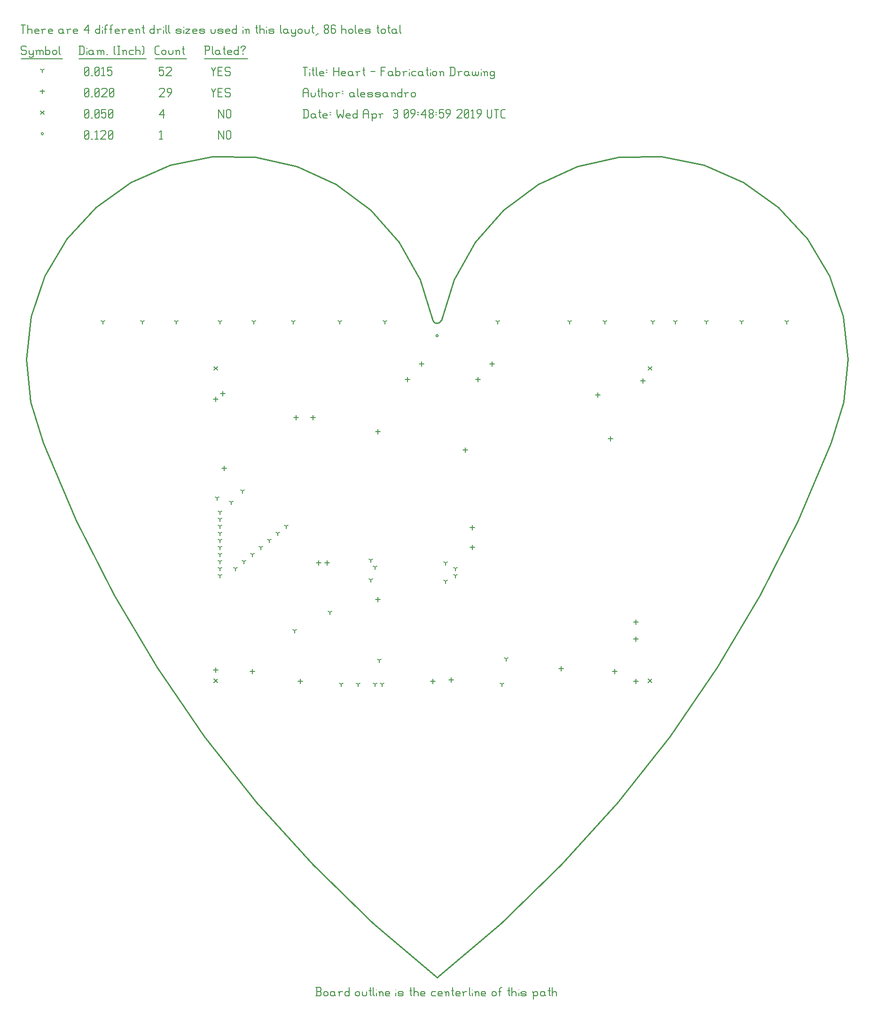
<source format=gbr>
G04 start of page 13 for group -3984 idx -3984 *
G04 Title: Heart, fab *
G04 Creator: pcb 4.0.2 *
G04 CreationDate: Wed Apr  3 09:48:59 2019 UTC *
G04 For: alez *
G04 Format: Gerber/RS-274X *
G04 PCB-Dimensions (mil): 5906.00 5906.00 *
G04 PCB-Coordinate-Origin: lower left *
%MOIN*%
%FSLAX25Y25*%
%LNFAB*%
%ADD72C,0.0100*%
%ADD71C,0.0075*%
%ADD70C,0.0060*%
%ADD69R,0.0080X0.0080*%
G54D69*X294200Y458600D02*G75*G03X295800Y458600I800J0D01*G01*
G75*G03X294200Y458600I-800J0D01*G01*
X14200Y601850D02*G75*G03X15800Y601850I800J0D01*G01*
G75*G03X14200Y601850I-800J0D01*G01*
G54D70*X140000Y604100D02*Y598100D01*
Y604100D02*X143750Y598100D01*
Y604100D02*Y598100D01*
X145550Y603350D02*Y598850D01*
Y603350D02*X146300Y604100D01*
X147800D01*
X148550Y603350D01*
Y598850D01*
X147800Y598100D02*X148550Y598850D01*
X146300Y598100D02*X147800D01*
X145550Y598850D02*X146300Y598100D01*
X98000Y602900D02*X99200Y604100D01*
Y598100D01*
X98000D02*X100250D01*
X45000Y598850D02*X45750Y598100D01*
X45000Y603350D02*Y598850D01*
Y603350D02*X45750Y604100D01*
X47250D01*
X48000Y603350D01*
Y598850D01*
X47250Y598100D02*X48000Y598850D01*
X45750Y598100D02*X47250D01*
X45000Y599600D02*X48000Y602600D01*
X49800Y598100D02*X50550D01*
X52350Y602900D02*X53550Y604100D01*
Y598100D01*
X52350D02*X54600D01*
X56400Y603350D02*X57150Y604100D01*
X59400D01*
X60150Y603350D01*
Y601850D01*
X56400Y598100D02*X60150Y601850D01*
X56400Y598100D02*X60150D01*
X61950Y598850D02*X62700Y598100D01*
X61950Y603350D02*Y598850D01*
Y603350D02*X62700Y604100D01*
X64200D01*
X64950Y603350D01*
Y598850D01*
X64200Y598100D02*X64950Y598850D01*
X62700Y598100D02*X64200D01*
X61950Y599600D02*X64950Y602600D01*
X444800Y436800D02*X447200Y434400D01*
X444800D02*X447200Y436800D01*
X136800D02*X139200Y434400D01*
X136800D02*X139200Y436800D01*
X444800Y215200D02*X447200Y212800D01*
X444800D02*X447200Y215200D01*
X136800D02*X139200Y212800D01*
X136800D02*X139200Y215200D01*
X13800Y618050D02*X16200Y615650D01*
X13800D02*X16200Y618050D01*
X140000Y619100D02*Y613100D01*
Y619100D02*X143750Y613100D01*
Y619100D02*Y613100D01*
X145550Y618350D02*Y613850D01*
Y618350D02*X146300Y619100D01*
X147800D01*
X148550Y618350D01*
Y613850D01*
X147800Y613100D02*X148550Y613850D01*
X146300Y613100D02*X147800D01*
X145550Y613850D02*X146300Y613100D01*
X98000Y615350D02*X101000Y619100D01*
X98000Y615350D02*X101750D01*
X101000Y619100D02*Y613100D01*
X45000Y613850D02*X45750Y613100D01*
X45000Y618350D02*Y613850D01*
Y618350D02*X45750Y619100D01*
X47250D01*
X48000Y618350D01*
Y613850D01*
X47250Y613100D02*X48000Y613850D01*
X45750Y613100D02*X47250D01*
X45000Y614600D02*X48000Y617600D01*
X49800Y613100D02*X50550D01*
X52350Y613850D02*X53100Y613100D01*
X52350Y618350D02*Y613850D01*
Y618350D02*X53100Y619100D01*
X54600D01*
X55350Y618350D01*
Y613850D01*
X54600Y613100D02*X55350Y613850D01*
X53100Y613100D02*X54600D01*
X52350Y614600D02*X55350Y617600D01*
X57150Y619100D02*X60150D01*
X57150D02*Y616100D01*
X57900Y616850D01*
X59400D01*
X60150Y616100D01*
Y613850D01*
X59400Y613100D02*X60150Y613850D01*
X57900Y613100D02*X59400D01*
X57150Y613850D02*X57900Y613100D01*
X61950Y613850D02*X62700Y613100D01*
X61950Y618350D02*Y613850D01*
Y618350D02*X62700Y619100D01*
X64200D01*
X64950Y618350D01*
Y613850D01*
X64200Y613100D02*X64950Y613850D01*
X62700Y613100D02*X64200D01*
X61950Y614600D02*X64950Y617600D01*
X292000Y215200D02*Y212000D01*
X290400Y213600D02*X293600D01*
X253000Y392200D02*Y389000D01*
X251400Y390600D02*X254600D01*
X315000Y379200D02*Y376000D01*
X313400Y377600D02*X316600D01*
X253000Y273200D02*Y270000D01*
X251400Y271600D02*X254600D01*
X164000Y222200D02*Y219000D01*
X162400Y220600D02*X165600D01*
X421000Y222200D02*Y219000D01*
X419400Y220600D02*X422600D01*
X409000Y418200D02*Y415000D01*
X407400Y416600D02*X410600D01*
X418000Y387200D02*Y384000D01*
X416400Y385600D02*X419600D01*
X320000Y310200D02*Y307000D01*
X318400Y308600D02*X321600D01*
X436000Y257200D02*Y254000D01*
X434400Y255600D02*X437600D01*
X436000Y245200D02*Y242000D01*
X434400Y243600D02*X437600D01*
X320000Y324200D02*Y321000D01*
X318400Y322600D02*X321600D01*
X211000Y299200D02*Y296000D01*
X209400Y297600D02*X212600D01*
X217000Y299200D02*Y296000D01*
X215400Y297600D02*X218600D01*
X207000Y402200D02*Y399000D01*
X205400Y400600D02*X208600D01*
X195000Y402200D02*Y399000D01*
X193400Y400600D02*X196600D01*
X144000Y366200D02*Y363000D01*
X142400Y364600D02*X145600D01*
X305000Y216200D02*Y213000D01*
X303400Y214600D02*X306600D01*
X198000Y215200D02*Y212000D01*
X196400Y213600D02*X199600D01*
X334000Y440200D02*Y437000D01*
X332400Y438600D02*X335600D01*
X324000Y429200D02*Y426000D01*
X322400Y427600D02*X325600D01*
X138000Y415200D02*Y412000D01*
X136400Y413600D02*X139600D01*
X143000Y419200D02*Y416000D01*
X141400Y417600D02*X144600D01*
X138000Y223200D02*Y220000D01*
X136400Y221600D02*X139600D01*
X436000Y215200D02*Y212000D01*
X434400Y213600D02*X437600D01*
X441000Y428200D02*Y425000D01*
X439400Y426600D02*X442600D01*
X383000Y224200D02*Y221000D01*
X381400Y222600D02*X384600D01*
X284000Y440200D02*Y437000D01*
X282400Y438600D02*X285600D01*
X274000Y429200D02*Y426000D01*
X272400Y427600D02*X275600D01*
X15000Y633450D02*Y630250D01*
X13400Y631850D02*X16600D01*
X135000Y634100D02*X136500Y631100D01*
X138000Y634100D01*
X136500Y631100D02*Y628100D01*
X139800Y631400D02*X142050D01*
X139800Y628100D02*X142800D01*
X139800Y634100D02*Y628100D01*
Y634100D02*X142800D01*
X147600D02*X148350Y633350D01*
X145350Y634100D02*X147600D01*
X144600Y633350D02*X145350Y634100D01*
X144600Y633350D02*Y631850D01*
X145350Y631100D01*
X147600D01*
X148350Y630350D01*
Y628850D01*
X147600Y628100D02*X148350Y628850D01*
X145350Y628100D02*X147600D01*
X144600Y628850D02*X145350Y628100D01*
X98000Y633350D02*X98750Y634100D01*
X101000D01*
X101750Y633350D01*
Y631850D01*
X98000Y628100D02*X101750Y631850D01*
X98000Y628100D02*X101750D01*
X104300D02*X106550Y631100D01*
Y633350D02*Y631100D01*
X105800Y634100D02*X106550Y633350D01*
X104300Y634100D02*X105800D01*
X103550Y633350D02*X104300Y634100D01*
X103550Y633350D02*Y631850D01*
X104300Y631100D01*
X106550D01*
X45000Y628850D02*X45750Y628100D01*
X45000Y633350D02*Y628850D01*
Y633350D02*X45750Y634100D01*
X47250D01*
X48000Y633350D01*
Y628850D01*
X47250Y628100D02*X48000Y628850D01*
X45750Y628100D02*X47250D01*
X45000Y629600D02*X48000Y632600D01*
X49800Y628100D02*X50550D01*
X52350Y628850D02*X53100Y628100D01*
X52350Y633350D02*Y628850D01*
Y633350D02*X53100Y634100D01*
X54600D01*
X55350Y633350D01*
Y628850D01*
X54600Y628100D02*X55350Y628850D01*
X53100Y628100D02*X54600D01*
X52350Y629600D02*X55350Y632600D01*
X57150Y633350D02*X57900Y634100D01*
X60150D01*
X60900Y633350D01*
Y631850D01*
X57150Y628100D02*X60900Y631850D01*
X57150Y628100D02*X60900D01*
X62700Y628850D02*X63450Y628100D01*
X62700Y633350D02*Y628850D01*
Y633350D02*X63450Y634100D01*
X64950D01*
X65700Y633350D01*
Y628850D01*
X64950Y628100D02*X65700Y628850D01*
X63450Y628100D02*X64950D01*
X62700Y629600D02*X65700Y632600D01*
X58000Y468600D02*Y467000D01*
Y468600D02*X59387Y469400D01*
X58000Y468600D02*X56613Y469400D01*
X86000Y468600D02*Y467000D01*
Y468600D02*X87387Y469400D01*
X86000Y468600D02*X84613Y469400D01*
X110000Y468600D02*Y467000D01*
Y468600D02*X111387Y469400D01*
X110000Y468600D02*X108613Y469400D01*
X141000Y468600D02*Y467000D01*
Y468600D02*X142387Y469400D01*
X141000Y468600D02*X139613Y469400D01*
X165000Y468600D02*Y467000D01*
Y468600D02*X166387Y469400D01*
X165000Y468600D02*X163613Y469400D01*
X193000Y468600D02*Y467000D01*
Y468600D02*X194387Y469400D01*
X193000Y468600D02*X191613Y469400D01*
X226000Y468600D02*Y467000D01*
Y468600D02*X227387Y469400D01*
X226000Y468600D02*X224613Y469400D01*
X258000Y468600D02*Y467000D01*
Y468600D02*X259387Y469400D01*
X258000Y468600D02*X256613Y469400D01*
X338000Y468600D02*Y467000D01*
Y468600D02*X339387Y469400D01*
X338000Y468600D02*X336613Y469400D01*
X389000Y468600D02*Y467000D01*
Y468600D02*X390387Y469400D01*
X389000Y468600D02*X387613Y469400D01*
X414000Y468600D02*Y467000D01*
Y468600D02*X415387Y469400D01*
X414000Y468600D02*X412613Y469400D01*
X448000Y468600D02*Y467000D01*
Y468600D02*X449387Y469400D01*
X448000Y468600D02*X446613Y469400D01*
X464000Y468600D02*Y467000D01*
Y468600D02*X465387Y469400D01*
X464000Y468600D02*X462613Y469400D01*
X486000Y468600D02*Y467000D01*
Y468600D02*X487387Y469400D01*
X486000Y468600D02*X484613Y469400D01*
X511000Y468600D02*Y467000D01*
Y468600D02*X512387Y469400D01*
X511000Y468600D02*X509613Y469400D01*
X543000Y468600D02*Y467000D01*
Y468600D02*X544387Y469400D01*
X543000Y468600D02*X541613Y469400D01*
X301000Y297600D02*Y296000D01*
Y297600D02*X302387Y298400D01*
X301000Y297600D02*X299613Y298400D01*
X301000Y284600D02*Y283000D01*
Y284600D02*X302387Y285400D01*
X301000Y284600D02*X299613Y285400D01*
X308000Y293600D02*Y292000D01*
Y293600D02*X309387Y294400D01*
X308000Y293600D02*X306613Y294400D01*
X308000Y288600D02*Y287000D01*
Y288600D02*X309387Y289400D01*
X308000Y288600D02*X306613Y289400D01*
X248000Y299600D02*Y298000D01*
Y299600D02*X249387Y300400D01*
X248000Y299600D02*X246613Y300400D01*
X251000Y294600D02*Y293000D01*
Y294600D02*X252387Y295400D01*
X251000Y294600D02*X249613Y295400D01*
X239000Y211600D02*Y210000D01*
Y211600D02*X240387Y212400D01*
X239000Y211600D02*X237613Y212400D01*
X227000Y211600D02*Y210000D01*
Y211600D02*X228387Y212400D01*
X227000Y211600D02*X225613Y212400D01*
X141000Y323600D02*Y322000D01*
Y323600D02*X142387Y324400D01*
X141000Y323600D02*X139613Y324400D01*
X141000Y318600D02*Y317000D01*
Y318600D02*X142387Y319400D01*
X141000Y318600D02*X139613Y319400D01*
X141000Y313600D02*Y312000D01*
Y313600D02*X142387Y314400D01*
X141000Y313600D02*X139613Y314400D01*
X141000Y308600D02*Y307000D01*
Y308600D02*X142387Y309400D01*
X141000Y308600D02*X139613Y309400D01*
X141000Y303600D02*Y302000D01*
Y303600D02*X142387Y304400D01*
X141000Y303600D02*X139613Y304400D01*
X141000Y298600D02*Y297000D01*
Y298600D02*X142387Y299400D01*
X141000Y298600D02*X139613Y299400D01*
X141000Y293600D02*Y292000D01*
Y293600D02*X142387Y294400D01*
X141000Y293600D02*X139613Y294400D01*
X141000Y288600D02*Y287000D01*
Y288600D02*X142387Y289400D01*
X141000Y288600D02*X139613Y289400D01*
X152000Y293600D02*Y292000D01*
Y293600D02*X153387Y294400D01*
X152000Y293600D02*X150613Y294400D01*
X164000Y303600D02*Y302000D01*
Y303600D02*X165387Y304400D01*
X164000Y303600D02*X162613Y304400D01*
X158000Y298600D02*Y297000D01*
Y298600D02*X159387Y299400D01*
X158000Y298600D02*X156613Y299400D01*
X170000Y308600D02*Y307000D01*
Y308600D02*X171387Y309400D01*
X170000Y308600D02*X168613Y309400D01*
X176000Y313600D02*Y312000D01*
Y313600D02*X177387Y314400D01*
X176000Y313600D02*X174613Y314400D01*
X182000Y318600D02*Y317000D01*
Y318600D02*X183387Y319400D01*
X182000Y318600D02*X180613Y319400D01*
X188000Y323600D02*Y322000D01*
Y323600D02*X189387Y324400D01*
X188000Y323600D02*X186613Y324400D01*
X141000Y333600D02*Y332000D01*
Y333600D02*X142387Y334400D01*
X141000Y333600D02*X139613Y334400D01*
X157000Y348600D02*Y347000D01*
Y348600D02*X158387Y349400D01*
X157000Y348600D02*X155613Y349400D01*
X141000Y328600D02*Y327000D01*
Y328600D02*X142387Y329400D01*
X141000Y328600D02*X139613Y329400D01*
X149000Y340600D02*Y339000D01*
Y340600D02*X150387Y341400D01*
X149000Y340600D02*X147613Y341400D01*
X139000Y343600D02*Y342000D01*
Y343600D02*X140387Y344400D01*
X139000Y343600D02*X137613Y344400D01*
X251000Y211600D02*Y210000D01*
Y211600D02*X252387Y212400D01*
X251000Y211600D02*X249613Y212400D01*
X248000Y285600D02*Y284000D01*
Y285600D02*X249387Y286400D01*
X248000Y285600D02*X246613Y286400D01*
X256000Y211600D02*Y210000D01*
Y211600D02*X257387Y212400D01*
X256000Y211600D02*X254613Y212400D01*
X254000Y228600D02*Y227000D01*
Y228600D02*X255387Y229400D01*
X254000Y228600D02*X252613Y229400D01*
X194000Y249600D02*Y248000D01*
Y249600D02*X195387Y250400D01*
X194000Y249600D02*X192613Y250400D01*
X219000Y262600D02*Y261000D01*
Y262600D02*X220387Y263400D01*
X219000Y262600D02*X217613Y263400D01*
X344000Y229600D02*Y228000D01*
Y229600D02*X345387Y230400D01*
X344000Y229600D02*X342613Y230400D01*
X341000Y211600D02*Y210000D01*
Y211600D02*X342387Y212400D01*
X341000Y211600D02*X339613Y212400D01*
X15000Y646850D02*Y645250D01*
Y646850D02*X16387Y647650D01*
X15000Y646850D02*X13613Y647650D01*
X135000Y649100D02*X136500Y646100D01*
X138000Y649100D01*
X136500Y646100D02*Y643100D01*
X139800Y646400D02*X142050D01*
X139800Y643100D02*X142800D01*
X139800Y649100D02*Y643100D01*
Y649100D02*X142800D01*
X147600D02*X148350Y648350D01*
X145350Y649100D02*X147600D01*
X144600Y648350D02*X145350Y649100D01*
X144600Y648350D02*Y646850D01*
X145350Y646100D01*
X147600D01*
X148350Y645350D01*
Y643850D01*
X147600Y643100D02*X148350Y643850D01*
X145350Y643100D02*X147600D01*
X144600Y643850D02*X145350Y643100D01*
X98000Y649100D02*X101000D01*
X98000D02*Y646100D01*
X98750Y646850D01*
X100250D01*
X101000Y646100D01*
Y643850D01*
X100250Y643100D02*X101000Y643850D01*
X98750Y643100D02*X100250D01*
X98000Y643850D02*X98750Y643100D01*
X102800Y648350D02*X103550Y649100D01*
X105800D01*
X106550Y648350D01*
Y646850D01*
X102800Y643100D02*X106550Y646850D01*
X102800Y643100D02*X106550D01*
X45000Y643850D02*X45750Y643100D01*
X45000Y648350D02*Y643850D01*
Y648350D02*X45750Y649100D01*
X47250D01*
X48000Y648350D01*
Y643850D01*
X47250Y643100D02*X48000Y643850D01*
X45750Y643100D02*X47250D01*
X45000Y644600D02*X48000Y647600D01*
X49800Y643100D02*X50550D01*
X52350Y643850D02*X53100Y643100D01*
X52350Y648350D02*Y643850D01*
Y648350D02*X53100Y649100D01*
X54600D01*
X55350Y648350D01*
Y643850D01*
X54600Y643100D02*X55350Y643850D01*
X53100Y643100D02*X54600D01*
X52350Y644600D02*X55350Y647600D01*
X57150Y647900D02*X58350Y649100D01*
Y643100D01*
X57150D02*X59400D01*
X61200Y649100D02*X64200D01*
X61200D02*Y646100D01*
X61950Y646850D01*
X63450D01*
X64200Y646100D01*
Y643850D01*
X63450Y643100D02*X64200Y643850D01*
X61950Y643100D02*X63450D01*
X61200Y643850D02*X61950Y643100D01*
X3000Y664100D02*X3750Y663350D01*
X750Y664100D02*X3000D01*
X0Y663350D02*X750Y664100D01*
X0Y663350D02*Y661850D01*
X750Y661100D01*
X3000D01*
X3750Y660350D01*
Y658850D01*
X3000Y658100D02*X3750Y658850D01*
X750Y658100D02*X3000D01*
X0Y658850D02*X750Y658100D01*
X5550Y661100D02*Y658850D01*
X6300Y658100D01*
X8550Y661100D02*Y656600D01*
X7800Y655850D02*X8550Y656600D01*
X6300Y655850D02*X7800D01*
X5550Y656600D02*X6300Y655850D01*
Y658100D02*X7800D01*
X8550Y658850D01*
X11100Y660350D02*Y658100D01*
Y660350D02*X11850Y661100D01*
X12600D01*
X13350Y660350D01*
Y658100D01*
Y660350D02*X14100Y661100D01*
X14850D01*
X15600Y660350D01*
Y658100D01*
X10350Y661100D02*X11100Y660350D01*
X17400Y664100D02*Y658100D01*
Y658850D02*X18150Y658100D01*
X19650D01*
X20400Y658850D01*
Y660350D02*Y658850D01*
X19650Y661100D02*X20400Y660350D01*
X18150Y661100D02*X19650D01*
X17400Y660350D02*X18150Y661100D01*
X22200Y660350D02*Y658850D01*
Y660350D02*X22950Y661100D01*
X24450D01*
X25200Y660350D01*
Y658850D01*
X24450Y658100D02*X25200Y658850D01*
X22950Y658100D02*X24450D01*
X22200Y658850D02*X22950Y658100D01*
X27000Y664100D02*Y658850D01*
X27750Y658100D01*
X0Y654850D02*X29250D01*
X41750Y664100D02*Y658100D01*
X43700Y664100D02*X44750Y663050D01*
Y659150D01*
X43700Y658100D02*X44750Y659150D01*
X41000Y658100D02*X43700D01*
X41000Y664100D02*X43700D01*
G54D71*X46550Y662600D02*Y662450D01*
G54D70*Y660350D02*Y658100D01*
X50300Y661100D02*X51050Y660350D01*
X48800Y661100D02*X50300D01*
X48050Y660350D02*X48800Y661100D01*
X48050Y660350D02*Y658850D01*
X48800Y658100D01*
X51050Y661100D02*Y658850D01*
X51800Y658100D01*
X48800D02*X50300D01*
X51050Y658850D01*
X54350Y660350D02*Y658100D01*
Y660350D02*X55100Y661100D01*
X55850D01*
X56600Y660350D01*
Y658100D01*
Y660350D02*X57350Y661100D01*
X58100D01*
X58850Y660350D01*
Y658100D01*
X53600Y661100D02*X54350Y660350D01*
X60650Y658100D02*X61400D01*
X65900Y658850D02*X66650Y658100D01*
X65900Y663350D02*X66650Y664100D01*
X65900Y663350D02*Y658850D01*
X68450Y664100D02*X69950D01*
X69200D02*Y658100D01*
X68450D02*X69950D01*
X72500Y660350D02*Y658100D01*
Y660350D02*X73250Y661100D01*
X74000D01*
X74750Y660350D01*
Y658100D01*
X71750Y661100D02*X72500Y660350D01*
X77300Y661100D02*X79550D01*
X76550Y660350D02*X77300Y661100D01*
X76550Y660350D02*Y658850D01*
X77300Y658100D01*
X79550D01*
X81350Y664100D02*Y658100D01*
Y660350D02*X82100Y661100D01*
X83600D01*
X84350Y660350D01*
Y658100D01*
X86150Y664100D02*X86900Y663350D01*
Y658850D01*
X86150Y658100D02*X86900Y658850D01*
X41000Y654850D02*X88700D01*
X96050Y658100D02*X98000D01*
X95000Y659150D02*X96050Y658100D01*
X95000Y663050D02*Y659150D01*
Y663050D02*X96050Y664100D01*
X98000D01*
X99800Y660350D02*Y658850D01*
Y660350D02*X100550Y661100D01*
X102050D01*
X102800Y660350D01*
Y658850D01*
X102050Y658100D02*X102800Y658850D01*
X100550Y658100D02*X102050D01*
X99800Y658850D02*X100550Y658100D01*
X104600Y661100D02*Y658850D01*
X105350Y658100D01*
X106850D01*
X107600Y658850D01*
Y661100D02*Y658850D01*
X110150Y660350D02*Y658100D01*
Y660350D02*X110900Y661100D01*
X111650D01*
X112400Y660350D01*
Y658100D01*
X109400Y661100D02*X110150Y660350D01*
X114950Y664100D02*Y658850D01*
X115700Y658100D01*
X114200Y661850D02*X115700D01*
X95000Y654850D02*X117200D01*
X130750Y664100D02*Y658100D01*
X130000Y664100D02*X133000D01*
X133750Y663350D01*
Y661850D01*
X133000Y661100D02*X133750Y661850D01*
X130750Y661100D02*X133000D01*
X135550Y664100D02*Y658850D01*
X136300Y658100D01*
X140050Y661100D02*X140800Y660350D01*
X138550Y661100D02*X140050D01*
X137800Y660350D02*X138550Y661100D01*
X137800Y660350D02*Y658850D01*
X138550Y658100D01*
X140800Y661100D02*Y658850D01*
X141550Y658100D01*
X138550D02*X140050D01*
X140800Y658850D01*
X144100Y664100D02*Y658850D01*
X144850Y658100D01*
X143350Y661850D02*X144850D01*
X147100Y658100D02*X149350D01*
X146350Y658850D02*X147100Y658100D01*
X146350Y660350D02*Y658850D01*
Y660350D02*X147100Y661100D01*
X148600D01*
X149350Y660350D01*
X146350Y659600D02*X149350D01*
Y660350D02*Y659600D01*
X154150Y664100D02*Y658100D01*
X153400D02*X154150Y658850D01*
X151900Y658100D02*X153400D01*
X151150Y658850D02*X151900Y658100D01*
X151150Y660350D02*Y658850D01*
Y660350D02*X151900Y661100D01*
X153400D01*
X154150Y660350D01*
X157450Y661100D02*Y660350D01*
Y658850D02*Y658100D01*
X155950Y663350D02*Y662600D01*
Y663350D02*X156700Y664100D01*
X158200D01*
X158950Y663350D01*
Y662600D01*
X157450Y661100D02*X158950Y662600D01*
X130000Y654850D02*X160750D01*
X0Y679100D02*X3000D01*
X1500D02*Y673100D01*
X4800Y679100D02*Y673100D01*
Y675350D02*X5550Y676100D01*
X7050D01*
X7800Y675350D01*
Y673100D01*
X10350D02*X12600D01*
X9600Y673850D02*X10350Y673100D01*
X9600Y675350D02*Y673850D01*
Y675350D02*X10350Y676100D01*
X11850D01*
X12600Y675350D01*
X9600Y674600D02*X12600D01*
Y675350D02*Y674600D01*
X15150Y675350D02*Y673100D01*
Y675350D02*X15900Y676100D01*
X17400D01*
X14400D02*X15150Y675350D01*
X19950Y673100D02*X22200D01*
X19200Y673850D02*X19950Y673100D01*
X19200Y675350D02*Y673850D01*
Y675350D02*X19950Y676100D01*
X21450D01*
X22200Y675350D01*
X19200Y674600D02*X22200D01*
Y675350D02*Y674600D01*
X28950Y676100D02*X29700Y675350D01*
X27450Y676100D02*X28950D01*
X26700Y675350D02*X27450Y676100D01*
X26700Y675350D02*Y673850D01*
X27450Y673100D01*
X29700Y676100D02*Y673850D01*
X30450Y673100D01*
X27450D02*X28950D01*
X29700Y673850D01*
X33000Y675350D02*Y673100D01*
Y675350D02*X33750Y676100D01*
X35250D01*
X32250D02*X33000Y675350D01*
X37800Y673100D02*X40050D01*
X37050Y673850D02*X37800Y673100D01*
X37050Y675350D02*Y673850D01*
Y675350D02*X37800Y676100D01*
X39300D01*
X40050Y675350D01*
X37050Y674600D02*X40050D01*
Y675350D02*Y674600D01*
X44550Y675350D02*X47550Y679100D01*
X44550Y675350D02*X48300D01*
X47550Y679100D02*Y673100D01*
X55800Y679100D02*Y673100D01*
X55050D02*X55800Y673850D01*
X53550Y673100D02*X55050D01*
X52800Y673850D02*X53550Y673100D01*
X52800Y675350D02*Y673850D01*
Y675350D02*X53550Y676100D01*
X55050D01*
X55800Y675350D01*
G54D71*X57600Y677600D02*Y677450D01*
G54D70*Y675350D02*Y673100D01*
X59850Y678350D02*Y673100D01*
Y678350D02*X60600Y679100D01*
X61350D01*
X59100Y676100D02*X60600D01*
X63600Y678350D02*Y673100D01*
Y678350D02*X64350Y679100D01*
X65100D01*
X62850Y676100D02*X64350D01*
X67350Y673100D02*X69600D01*
X66600Y673850D02*X67350Y673100D01*
X66600Y675350D02*Y673850D01*
Y675350D02*X67350Y676100D01*
X68850D01*
X69600Y675350D01*
X66600Y674600D02*X69600D01*
Y675350D02*Y674600D01*
X72150Y675350D02*Y673100D01*
Y675350D02*X72900Y676100D01*
X74400D01*
X71400D02*X72150Y675350D01*
X76950Y673100D02*X79200D01*
X76200Y673850D02*X76950Y673100D01*
X76200Y675350D02*Y673850D01*
Y675350D02*X76950Y676100D01*
X78450D01*
X79200Y675350D01*
X76200Y674600D02*X79200D01*
Y675350D02*Y674600D01*
X81750Y675350D02*Y673100D01*
Y675350D02*X82500Y676100D01*
X83250D01*
X84000Y675350D01*
Y673100D01*
X81000Y676100D02*X81750Y675350D01*
X86550Y679100D02*Y673850D01*
X87300Y673100D01*
X85800Y676850D02*X87300D01*
X94500Y679100D02*Y673100D01*
X93750D02*X94500Y673850D01*
X92250Y673100D02*X93750D01*
X91500Y673850D02*X92250Y673100D01*
X91500Y675350D02*Y673850D01*
Y675350D02*X92250Y676100D01*
X93750D01*
X94500Y675350D01*
X97050D02*Y673100D01*
Y675350D02*X97800Y676100D01*
X99300D01*
X96300D02*X97050Y675350D01*
G54D71*X101100Y677600D02*Y677450D01*
G54D70*Y675350D02*Y673100D01*
X102600Y679100D02*Y673850D01*
X103350Y673100D01*
X104850Y679100D02*Y673850D01*
X105600Y673100D01*
X110550D02*X112800D01*
X113550Y673850D01*
X112800Y674600D02*X113550Y673850D01*
X110550Y674600D02*X112800D01*
X109800Y675350D02*X110550Y674600D01*
X109800Y675350D02*X110550Y676100D01*
X112800D01*
X113550Y675350D01*
X109800Y673850D02*X110550Y673100D01*
G54D71*X115350Y677600D02*Y677450D01*
G54D70*Y675350D02*Y673100D01*
X116850Y676100D02*X119850D01*
X116850Y673100D02*X119850Y676100D01*
X116850Y673100D02*X119850D01*
X122400D02*X124650D01*
X121650Y673850D02*X122400Y673100D01*
X121650Y675350D02*Y673850D01*
Y675350D02*X122400Y676100D01*
X123900D01*
X124650Y675350D01*
X121650Y674600D02*X124650D01*
Y675350D02*Y674600D01*
X127200Y673100D02*X129450D01*
X130200Y673850D01*
X129450Y674600D02*X130200Y673850D01*
X127200Y674600D02*X129450D01*
X126450Y675350D02*X127200Y674600D01*
X126450Y675350D02*X127200Y676100D01*
X129450D01*
X130200Y675350D01*
X126450Y673850D02*X127200Y673100D01*
X134700Y676100D02*Y673850D01*
X135450Y673100D01*
X136950D01*
X137700Y673850D01*
Y676100D02*Y673850D01*
X140250Y673100D02*X142500D01*
X143250Y673850D01*
X142500Y674600D02*X143250Y673850D01*
X140250Y674600D02*X142500D01*
X139500Y675350D02*X140250Y674600D01*
X139500Y675350D02*X140250Y676100D01*
X142500D01*
X143250Y675350D01*
X139500Y673850D02*X140250Y673100D01*
X145800D02*X148050D01*
X145050Y673850D02*X145800Y673100D01*
X145050Y675350D02*Y673850D01*
Y675350D02*X145800Y676100D01*
X147300D01*
X148050Y675350D01*
X145050Y674600D02*X148050D01*
Y675350D02*Y674600D01*
X152850Y679100D02*Y673100D01*
X152100D02*X152850Y673850D01*
X150600Y673100D02*X152100D01*
X149850Y673850D02*X150600Y673100D01*
X149850Y675350D02*Y673850D01*
Y675350D02*X150600Y676100D01*
X152100D01*
X152850Y675350D01*
G54D71*X157350Y677600D02*Y677450D01*
G54D70*Y675350D02*Y673100D01*
X159600Y675350D02*Y673100D01*
Y675350D02*X160350Y676100D01*
X161100D01*
X161850Y675350D01*
Y673100D01*
X158850Y676100D02*X159600Y675350D01*
X167100Y679100D02*Y673850D01*
X167850Y673100D01*
X166350Y676850D02*X167850D01*
X169350Y679100D02*Y673100D01*
Y675350D02*X170100Y676100D01*
X171600D01*
X172350Y675350D01*
Y673100D01*
G54D71*X174150Y677600D02*Y677450D01*
G54D70*Y675350D02*Y673100D01*
X176400D02*X178650D01*
X179400Y673850D01*
X178650Y674600D02*X179400Y673850D01*
X176400Y674600D02*X178650D01*
X175650Y675350D02*X176400Y674600D01*
X175650Y675350D02*X176400Y676100D01*
X178650D01*
X179400Y675350D01*
X175650Y673850D02*X176400Y673100D01*
X183900Y679100D02*Y673850D01*
X184650Y673100D01*
X188400Y676100D02*X189150Y675350D01*
X186900Y676100D02*X188400D01*
X186150Y675350D02*X186900Y676100D01*
X186150Y675350D02*Y673850D01*
X186900Y673100D01*
X189150Y676100D02*Y673850D01*
X189900Y673100D01*
X186900D02*X188400D01*
X189150Y673850D01*
X191700Y676100D02*Y673850D01*
X192450Y673100D01*
X194700Y676100D02*Y671600D01*
X193950Y670850D02*X194700Y671600D01*
X192450Y670850D02*X193950D01*
X191700Y671600D02*X192450Y670850D01*
Y673100D02*X193950D01*
X194700Y673850D01*
X196500Y675350D02*Y673850D01*
Y675350D02*X197250Y676100D01*
X198750D01*
X199500Y675350D01*
Y673850D01*
X198750Y673100D02*X199500Y673850D01*
X197250Y673100D02*X198750D01*
X196500Y673850D02*X197250Y673100D01*
X201300Y676100D02*Y673850D01*
X202050Y673100D01*
X203550D01*
X204300Y673850D01*
Y676100D02*Y673850D01*
X206850Y679100D02*Y673850D01*
X207600Y673100D01*
X206100Y676850D02*X207600D01*
X209100Y671600D02*X210600Y673100D01*
X215100Y673850D02*X215850Y673100D01*
X215100Y675050D02*Y673850D01*
Y675050D02*X216150Y676100D01*
X217050D01*
X218100Y675050D01*
Y673850D01*
X217350Y673100D02*X218100Y673850D01*
X215850Y673100D02*X217350D01*
X215100Y677150D02*X216150Y676100D01*
X215100Y678350D02*Y677150D01*
Y678350D02*X215850Y679100D01*
X217350D01*
X218100Y678350D01*
Y677150D01*
X217050Y676100D02*X218100Y677150D01*
X222150Y679100D02*X222900Y678350D01*
X220650Y679100D02*X222150D01*
X219900Y678350D02*X220650Y679100D01*
X219900Y678350D02*Y673850D01*
X220650Y673100D01*
X222150Y676400D02*X222900Y675650D01*
X219900Y676400D02*X222150D01*
X220650Y673100D02*X222150D01*
X222900Y673850D01*
Y675650D02*Y673850D01*
X227400Y679100D02*Y673100D01*
Y675350D02*X228150Y676100D01*
X229650D01*
X230400Y675350D01*
Y673100D01*
X232200Y675350D02*Y673850D01*
Y675350D02*X232950Y676100D01*
X234450D01*
X235200Y675350D01*
Y673850D01*
X234450Y673100D02*X235200Y673850D01*
X232950Y673100D02*X234450D01*
X232200Y673850D02*X232950Y673100D01*
X237000Y679100D02*Y673850D01*
X237750Y673100D01*
X240000D02*X242250D01*
X239250Y673850D02*X240000Y673100D01*
X239250Y675350D02*Y673850D01*
Y675350D02*X240000Y676100D01*
X241500D01*
X242250Y675350D01*
X239250Y674600D02*X242250D01*
Y675350D02*Y674600D01*
X244800Y673100D02*X247050D01*
X247800Y673850D01*
X247050Y674600D02*X247800Y673850D01*
X244800Y674600D02*X247050D01*
X244050Y675350D02*X244800Y674600D01*
X244050Y675350D02*X244800Y676100D01*
X247050D01*
X247800Y675350D01*
X244050Y673850D02*X244800Y673100D01*
X253050Y679100D02*Y673850D01*
X253800Y673100D01*
X252300Y676850D02*X253800D01*
X255300Y675350D02*Y673850D01*
Y675350D02*X256050Y676100D01*
X257550D01*
X258300Y675350D01*
Y673850D01*
X257550Y673100D02*X258300Y673850D01*
X256050Y673100D02*X257550D01*
X255300Y673850D02*X256050Y673100D01*
X260850Y679100D02*Y673850D01*
X261600Y673100D01*
X260100Y676850D02*X261600D01*
X265350Y676100D02*X266100Y675350D01*
X263850Y676100D02*X265350D01*
X263100Y675350D02*X263850Y676100D01*
X263100Y675350D02*Y673850D01*
X263850Y673100D01*
X266100Y676100D02*Y673850D01*
X266850Y673100D01*
X263850D02*X265350D01*
X266100Y673850D01*
X268650Y679100D02*Y673850D01*
X269400Y673100D01*
G54D72*X574253Y382517D02*X583400Y411586D01*
X586331Y441914D01*
X582858Y472188D01*
X573190Y501083D01*
X557701Y527325D01*
X537106Y549786D01*
X512274Y567451D01*
X484322Y579582D01*
X454451Y585615D01*
X423982Y585317D01*
X394240Y578671D01*
X366533Y565997D01*
X342071Y547822D01*
X321915Y524971D01*
X306974Y498414D01*
X297860Y469333D01*
X292140D02*X283026Y498414D01*
X268085Y524971D01*
X247924Y547822D01*
X223467Y565997D01*
X195754Y578671D01*
X166018Y585317D01*
X135544Y585615D01*
X105677Y579582D01*
X77720Y567451D01*
X52894Y549786D01*
X32294Y527325D01*
X16810Y501083D01*
X7136Y472188D01*
X3670Y441914D01*
X6594Y411586D01*
X15746Y382517D01*
X39103Y327771D01*
X66034Y274689D01*
X96411Y223506D01*
X130113Y174439D01*
X166994Y127727D01*
X206892Y83559D01*
X249617Y42120D01*
X295000Y3600D01*
X340378Y42120D01*
X383103Y83559D01*
X423000Y127727D01*
X459887Y174439D01*
X493583Y223506D01*
X523961Y274689D01*
X550892Y327771D01*
X574253Y382517D01*
X292134Y469321D02*G75*G03X297866Y469321I2866J1043D01*G01*
G54D70*X208975Y-9500D02*X211975D01*
X212725Y-8750D01*
Y-6950D02*Y-8750D01*
X211975Y-6200D02*X212725Y-6950D01*
X209725Y-6200D02*X211975D01*
X209725Y-3500D02*Y-9500D01*
X208975Y-3500D02*X211975D01*
X212725Y-4250D01*
Y-5450D01*
X211975Y-6200D02*X212725Y-5450D01*
X214525Y-7250D02*Y-8750D01*
Y-7250D02*X215275Y-6500D01*
X216775D01*
X217525Y-7250D01*
Y-8750D01*
X216775Y-9500D02*X217525Y-8750D01*
X215275Y-9500D02*X216775D01*
X214525Y-8750D02*X215275Y-9500D01*
X221575Y-6500D02*X222325Y-7250D01*
X220075Y-6500D02*X221575D01*
X219325Y-7250D02*X220075Y-6500D01*
X219325Y-7250D02*Y-8750D01*
X220075Y-9500D01*
X222325Y-6500D02*Y-8750D01*
X223075Y-9500D01*
X220075D02*X221575D01*
X222325Y-8750D01*
X225625Y-7250D02*Y-9500D01*
Y-7250D02*X226375Y-6500D01*
X227875D01*
X224875D02*X225625Y-7250D01*
X232675Y-3500D02*Y-9500D01*
X231925D02*X232675Y-8750D01*
X230425Y-9500D02*X231925D01*
X229675Y-8750D02*X230425Y-9500D01*
X229675Y-7250D02*Y-8750D01*
Y-7250D02*X230425Y-6500D01*
X231925D01*
X232675Y-7250D01*
X237175D02*Y-8750D01*
Y-7250D02*X237925Y-6500D01*
X239425D01*
X240175Y-7250D01*
Y-8750D01*
X239425Y-9500D02*X240175Y-8750D01*
X237925Y-9500D02*X239425D01*
X237175Y-8750D02*X237925Y-9500D01*
X241975Y-6500D02*Y-8750D01*
X242725Y-9500D01*
X244225D01*
X244975Y-8750D01*
Y-6500D02*Y-8750D01*
X247525Y-3500D02*Y-8750D01*
X248275Y-9500D01*
X246775Y-5750D02*X248275D01*
X249775Y-3500D02*Y-8750D01*
X250525Y-9500D01*
G54D71*X252025Y-5000D02*Y-5150D01*
G54D70*Y-7250D02*Y-9500D01*
X254275Y-7250D02*Y-9500D01*
Y-7250D02*X255025Y-6500D01*
X255775D01*
X256525Y-7250D01*
Y-9500D01*
X253525Y-6500D02*X254275Y-7250D01*
X259075Y-9500D02*X261325D01*
X258325Y-8750D02*X259075Y-9500D01*
X258325Y-7250D02*Y-8750D01*
Y-7250D02*X259075Y-6500D01*
X260575D01*
X261325Y-7250D01*
X258325Y-8000D02*X261325D01*
Y-7250D02*Y-8000D01*
G54D71*X265825Y-5000D02*Y-5150D01*
G54D70*Y-7250D02*Y-9500D01*
X268075D02*X270325D01*
X271075Y-8750D01*
X270325Y-8000D02*X271075Y-8750D01*
X268075Y-8000D02*X270325D01*
X267325Y-7250D02*X268075Y-8000D01*
X267325Y-7250D02*X268075Y-6500D01*
X270325D01*
X271075Y-7250D01*
X267325Y-8750D02*X268075Y-9500D01*
X276325Y-3500D02*Y-8750D01*
X277075Y-9500D01*
X275575Y-5750D02*X277075D01*
X278575Y-3500D02*Y-9500D01*
Y-7250D02*X279325Y-6500D01*
X280825D01*
X281575Y-7250D01*
Y-9500D01*
X284125D02*X286375D01*
X283375Y-8750D02*X284125Y-9500D01*
X283375Y-7250D02*Y-8750D01*
Y-7250D02*X284125Y-6500D01*
X285625D01*
X286375Y-7250D01*
X283375Y-8000D02*X286375D01*
Y-7250D02*Y-8000D01*
X291625Y-6500D02*X293875D01*
X290875Y-7250D02*X291625Y-6500D01*
X290875Y-7250D02*Y-8750D01*
X291625Y-9500D01*
X293875D01*
X296425D02*X298675D01*
X295675Y-8750D02*X296425Y-9500D01*
X295675Y-7250D02*Y-8750D01*
Y-7250D02*X296425Y-6500D01*
X297925D01*
X298675Y-7250D01*
X295675Y-8000D02*X298675D01*
Y-7250D02*Y-8000D01*
X301225Y-7250D02*Y-9500D01*
Y-7250D02*X301975Y-6500D01*
X302725D01*
X303475Y-7250D01*
Y-9500D01*
X300475Y-6500D02*X301225Y-7250D01*
X306025Y-3500D02*Y-8750D01*
X306775Y-9500D01*
X305275Y-5750D02*X306775D01*
X309025Y-9500D02*X311275D01*
X308275Y-8750D02*X309025Y-9500D01*
X308275Y-7250D02*Y-8750D01*
Y-7250D02*X309025Y-6500D01*
X310525D01*
X311275Y-7250D01*
X308275Y-8000D02*X311275D01*
Y-7250D02*Y-8000D01*
X313825Y-7250D02*Y-9500D01*
Y-7250D02*X314575Y-6500D01*
X316075D01*
X313075D02*X313825Y-7250D01*
X317875Y-3500D02*Y-8750D01*
X318625Y-9500D01*
G54D71*X320125Y-5000D02*Y-5150D01*
G54D70*Y-7250D02*Y-9500D01*
X322375Y-7250D02*Y-9500D01*
Y-7250D02*X323125Y-6500D01*
X323875D01*
X324625Y-7250D01*
Y-9500D01*
X321625Y-6500D02*X322375Y-7250D01*
X327175Y-9500D02*X329425D01*
X326425Y-8750D02*X327175Y-9500D01*
X326425Y-7250D02*Y-8750D01*
Y-7250D02*X327175Y-6500D01*
X328675D01*
X329425Y-7250D01*
X326425Y-8000D02*X329425D01*
Y-7250D02*Y-8000D01*
X333925Y-7250D02*Y-8750D01*
Y-7250D02*X334675Y-6500D01*
X336175D01*
X336925Y-7250D01*
Y-8750D01*
X336175Y-9500D02*X336925Y-8750D01*
X334675Y-9500D02*X336175D01*
X333925Y-8750D02*X334675Y-9500D01*
X339475Y-4250D02*Y-9500D01*
Y-4250D02*X340225Y-3500D01*
X340975D01*
X338725Y-6500D02*X340225D01*
X345925Y-3500D02*Y-8750D01*
X346675Y-9500D01*
X345175Y-5750D02*X346675D01*
X348175Y-3500D02*Y-9500D01*
Y-7250D02*X348925Y-6500D01*
X350425D01*
X351175Y-7250D01*
Y-9500D01*
G54D71*X352975Y-5000D02*Y-5150D01*
G54D70*Y-7250D02*Y-9500D01*
X355225D02*X357475D01*
X358225Y-8750D01*
X357475Y-8000D02*X358225Y-8750D01*
X355225Y-8000D02*X357475D01*
X354475Y-7250D02*X355225Y-8000D01*
X354475Y-7250D02*X355225Y-6500D01*
X357475D01*
X358225Y-7250D01*
X354475Y-8750D02*X355225Y-9500D01*
X363475Y-7250D02*Y-11750D01*
X362725Y-6500D02*X363475Y-7250D01*
X364225Y-6500D01*
X365725D01*
X366475Y-7250D01*
Y-8750D01*
X365725Y-9500D02*X366475Y-8750D01*
X364225Y-9500D02*X365725D01*
X363475Y-8750D02*X364225Y-9500D01*
X370525Y-6500D02*X371275Y-7250D01*
X369025Y-6500D02*X370525D01*
X368275Y-7250D02*X369025Y-6500D01*
X368275Y-7250D02*Y-8750D01*
X369025Y-9500D01*
X371275Y-6500D02*Y-8750D01*
X372025Y-9500D01*
X369025D02*X370525D01*
X371275Y-8750D01*
X374575Y-3500D02*Y-8750D01*
X375325Y-9500D01*
X373825Y-5750D02*X375325D01*
X376825Y-3500D02*Y-9500D01*
Y-7250D02*X377575Y-6500D01*
X379075D01*
X379825Y-7250D01*
Y-9500D01*
X200750Y619100D02*Y613100D01*
X202700Y619100D02*X203750Y618050D01*
Y614150D01*
X202700Y613100D02*X203750Y614150D01*
X200000Y613100D02*X202700D01*
X200000Y619100D02*X202700D01*
X207800Y616100D02*X208550Y615350D01*
X206300Y616100D02*X207800D01*
X205550Y615350D02*X206300Y616100D01*
X205550Y615350D02*Y613850D01*
X206300Y613100D01*
X208550Y616100D02*Y613850D01*
X209300Y613100D01*
X206300D02*X207800D01*
X208550Y613850D01*
X211850Y619100D02*Y613850D01*
X212600Y613100D01*
X211100Y616850D02*X212600D01*
X214850Y613100D02*X217100D01*
X214100Y613850D02*X214850Y613100D01*
X214100Y615350D02*Y613850D01*
Y615350D02*X214850Y616100D01*
X216350D01*
X217100Y615350D01*
X214100Y614600D02*X217100D01*
Y615350D02*Y614600D01*
X218900Y616850D02*X219650D01*
X218900Y615350D02*X219650D01*
X224150Y619100D02*Y616100D01*
X224900Y613100D01*
X226400Y616100D01*
X227900Y613100D01*
X228650Y616100D01*
Y619100D02*Y616100D01*
X231200Y613100D02*X233450D01*
X230450Y613850D02*X231200Y613100D01*
X230450Y615350D02*Y613850D01*
Y615350D02*X231200Y616100D01*
X232700D01*
X233450Y615350D01*
X230450Y614600D02*X233450D01*
Y615350D02*Y614600D01*
X238250Y619100D02*Y613100D01*
X237500D02*X238250Y613850D01*
X236000Y613100D02*X237500D01*
X235250Y613850D02*X236000Y613100D01*
X235250Y615350D02*Y613850D01*
Y615350D02*X236000Y616100D01*
X237500D01*
X238250Y615350D01*
X242750Y617600D02*Y613100D01*
Y617600D02*X243800Y619100D01*
X245450D01*
X246500Y617600D01*
Y613100D01*
X242750Y616100D02*X246500D01*
X249050Y615350D02*Y610850D01*
X248300Y616100D02*X249050Y615350D01*
X249800Y616100D01*
X251300D01*
X252050Y615350D01*
Y613850D01*
X251300Y613100D02*X252050Y613850D01*
X249800Y613100D02*X251300D01*
X249050Y613850D02*X249800Y613100D01*
X254600Y615350D02*Y613100D01*
Y615350D02*X255350Y616100D01*
X256850D01*
X253850D02*X254600Y615350D01*
X264050Y618350D02*X264800Y619100D01*
X266300D01*
X267050Y618350D01*
X266300Y613100D02*X267050Y613850D01*
X264800Y613100D02*X266300D01*
X264050Y613850D02*X264800Y613100D01*
Y616400D02*X266300D01*
X267050Y618350D02*Y617150D01*
Y615650D02*Y613850D01*
Y615650D02*X266300Y616400D01*
X267050Y617150D02*X266300Y616400D01*
X271550Y613850D02*X272300Y613100D01*
X271550Y618350D02*Y613850D01*
Y618350D02*X272300Y619100D01*
X273800D01*
X274550Y618350D01*
Y613850D01*
X273800Y613100D02*X274550Y613850D01*
X272300Y613100D02*X273800D01*
X271550Y614600D02*X274550Y617600D01*
X277100Y613100D02*X279350Y616100D01*
Y618350D02*Y616100D01*
X278600Y619100D02*X279350Y618350D01*
X277100Y619100D02*X278600D01*
X276350Y618350D02*X277100Y619100D01*
X276350Y618350D02*Y616850D01*
X277100Y616100D01*
X279350D01*
X281150Y616850D02*X281900D01*
X281150Y615350D02*X281900D01*
X283700D02*X286700Y619100D01*
X283700Y615350D02*X287450D01*
X286700Y619100D02*Y613100D01*
X289250Y613850D02*X290000Y613100D01*
X289250Y615050D02*Y613850D01*
Y615050D02*X290300Y616100D01*
X291200D01*
X292250Y615050D01*
Y613850D01*
X291500Y613100D02*X292250Y613850D01*
X290000Y613100D02*X291500D01*
X289250Y617150D02*X290300Y616100D01*
X289250Y618350D02*Y617150D01*
Y618350D02*X290000Y619100D01*
X291500D01*
X292250Y618350D01*
Y617150D01*
X291200Y616100D02*X292250Y617150D01*
X294050Y616850D02*X294800D01*
X294050Y615350D02*X294800D01*
X296600Y619100D02*X299600D01*
X296600D02*Y616100D01*
X297350Y616850D01*
X298850D01*
X299600Y616100D01*
Y613850D01*
X298850Y613100D02*X299600Y613850D01*
X297350Y613100D02*X298850D01*
X296600Y613850D02*X297350Y613100D01*
X302150D02*X304400Y616100D01*
Y618350D02*Y616100D01*
X303650Y619100D02*X304400Y618350D01*
X302150Y619100D02*X303650D01*
X301400Y618350D02*X302150Y619100D01*
X301400Y618350D02*Y616850D01*
X302150Y616100D01*
X304400D01*
X308900Y618350D02*X309650Y619100D01*
X311900D01*
X312650Y618350D01*
Y616850D01*
X308900Y613100D02*X312650Y616850D01*
X308900Y613100D02*X312650D01*
X314450Y613850D02*X315200Y613100D01*
X314450Y618350D02*Y613850D01*
Y618350D02*X315200Y619100D01*
X316700D01*
X317450Y618350D01*
Y613850D01*
X316700Y613100D02*X317450Y613850D01*
X315200Y613100D02*X316700D01*
X314450Y614600D02*X317450Y617600D01*
X319250Y617900D02*X320450Y619100D01*
Y613100D01*
X319250D02*X321500D01*
X324050D02*X326300Y616100D01*
Y618350D02*Y616100D01*
X325550Y619100D02*X326300Y618350D01*
X324050Y619100D02*X325550D01*
X323300Y618350D02*X324050Y619100D01*
X323300Y618350D02*Y616850D01*
X324050Y616100D01*
X326300D01*
X330800Y619100D02*Y613850D01*
X331550Y613100D01*
X333050D01*
X333800Y613850D01*
Y619100D02*Y613850D01*
X335600Y619100D02*X338600D01*
X337100D02*Y613100D01*
X341450D02*X343400D01*
X340400Y614150D02*X341450Y613100D01*
X340400Y618050D02*Y614150D01*
Y618050D02*X341450Y619100D01*
X343400D01*
X200000Y632600D02*Y628100D01*
Y632600D02*X201050Y634100D01*
X202700D01*
X203750Y632600D01*
Y628100D01*
X200000Y631100D02*X203750D01*
X205550D02*Y628850D01*
X206300Y628100D01*
X207800D01*
X208550Y628850D01*
Y631100D02*Y628850D01*
X211100Y634100D02*Y628850D01*
X211850Y628100D01*
X210350Y631850D02*X211850D01*
X213350Y634100D02*Y628100D01*
Y630350D02*X214100Y631100D01*
X215600D01*
X216350Y630350D01*
Y628100D01*
X218150Y630350D02*Y628850D01*
Y630350D02*X218900Y631100D01*
X220400D01*
X221150Y630350D01*
Y628850D01*
X220400Y628100D02*X221150Y628850D01*
X218900Y628100D02*X220400D01*
X218150Y628850D02*X218900Y628100D01*
X223700Y630350D02*Y628100D01*
Y630350D02*X224450Y631100D01*
X225950D01*
X222950D02*X223700Y630350D01*
X227750Y631850D02*X228500D01*
X227750Y630350D02*X228500D01*
X235250Y631100D02*X236000Y630350D01*
X233750Y631100D02*X235250D01*
X233000Y630350D02*X233750Y631100D01*
X233000Y630350D02*Y628850D01*
X233750Y628100D01*
X236000Y631100D02*Y628850D01*
X236750Y628100D01*
X233750D02*X235250D01*
X236000Y628850D01*
X238550Y634100D02*Y628850D01*
X239300Y628100D01*
X241550D02*X243800D01*
X240800Y628850D02*X241550Y628100D01*
X240800Y630350D02*Y628850D01*
Y630350D02*X241550Y631100D01*
X243050D01*
X243800Y630350D01*
X240800Y629600D02*X243800D01*
Y630350D02*Y629600D01*
X246350Y628100D02*X248600D01*
X249350Y628850D01*
X248600Y629600D02*X249350Y628850D01*
X246350Y629600D02*X248600D01*
X245600Y630350D02*X246350Y629600D01*
X245600Y630350D02*X246350Y631100D01*
X248600D01*
X249350Y630350D01*
X245600Y628850D02*X246350Y628100D01*
X251900D02*X254150D01*
X254900Y628850D01*
X254150Y629600D02*X254900Y628850D01*
X251900Y629600D02*X254150D01*
X251150Y630350D02*X251900Y629600D01*
X251150Y630350D02*X251900Y631100D01*
X254150D01*
X254900Y630350D01*
X251150Y628850D02*X251900Y628100D01*
X258950Y631100D02*X259700Y630350D01*
X257450Y631100D02*X258950D01*
X256700Y630350D02*X257450Y631100D01*
X256700Y630350D02*Y628850D01*
X257450Y628100D01*
X259700Y631100D02*Y628850D01*
X260450Y628100D01*
X257450D02*X258950D01*
X259700Y628850D01*
X263000Y630350D02*Y628100D01*
Y630350D02*X263750Y631100D01*
X264500D01*
X265250Y630350D01*
Y628100D01*
X262250Y631100D02*X263000Y630350D01*
X270050Y634100D02*Y628100D01*
X269300D02*X270050Y628850D01*
X267800Y628100D02*X269300D01*
X267050Y628850D02*X267800Y628100D01*
X267050Y630350D02*Y628850D01*
Y630350D02*X267800Y631100D01*
X269300D01*
X270050Y630350D01*
X272600D02*Y628100D01*
Y630350D02*X273350Y631100D01*
X274850D01*
X271850D02*X272600Y630350D01*
X276650D02*Y628850D01*
Y630350D02*X277400Y631100D01*
X278900D01*
X279650Y630350D01*
Y628850D01*
X278900Y628100D02*X279650Y628850D01*
X277400Y628100D02*X278900D01*
X276650Y628850D02*X277400Y628100D01*
X200000Y649100D02*X203000D01*
X201500D02*Y643100D01*
G54D71*X204800Y647600D02*Y647450D01*
G54D70*Y645350D02*Y643100D01*
X207050Y649100D02*Y643850D01*
X207800Y643100D01*
X206300Y646850D02*X207800D01*
X209300Y649100D02*Y643850D01*
X210050Y643100D01*
X212300D02*X214550D01*
X211550Y643850D02*X212300Y643100D01*
X211550Y645350D02*Y643850D01*
Y645350D02*X212300Y646100D01*
X213800D01*
X214550Y645350D01*
X211550Y644600D02*X214550D01*
Y645350D02*Y644600D01*
X216350Y646850D02*X217100D01*
X216350Y645350D02*X217100D01*
X221600Y649100D02*Y643100D01*
X225350Y649100D02*Y643100D01*
X221600Y646100D02*X225350D01*
X227900Y643100D02*X230150D01*
X227150Y643850D02*X227900Y643100D01*
X227150Y645350D02*Y643850D01*
Y645350D02*X227900Y646100D01*
X229400D01*
X230150Y645350D01*
X227150Y644600D02*X230150D01*
Y645350D02*Y644600D01*
X234200Y646100D02*X234950Y645350D01*
X232700Y646100D02*X234200D01*
X231950Y645350D02*X232700Y646100D01*
X231950Y645350D02*Y643850D01*
X232700Y643100D01*
X234950Y646100D02*Y643850D01*
X235700Y643100D01*
X232700D02*X234200D01*
X234950Y643850D01*
X238250Y645350D02*Y643100D01*
Y645350D02*X239000Y646100D01*
X240500D01*
X237500D02*X238250Y645350D01*
X243050Y649100D02*Y643850D01*
X243800Y643100D01*
X242300Y646850D02*X243800D01*
X248000Y646100D02*X251000D01*
X255500Y649100D02*Y643100D01*
Y649100D02*X258500D01*
X255500Y646400D02*X257750D01*
X262550Y646100D02*X263300Y645350D01*
X261050Y646100D02*X262550D01*
X260300Y645350D02*X261050Y646100D01*
X260300Y645350D02*Y643850D01*
X261050Y643100D01*
X263300Y646100D02*Y643850D01*
X264050Y643100D01*
X261050D02*X262550D01*
X263300Y643850D01*
X265850Y649100D02*Y643100D01*
Y643850D02*X266600Y643100D01*
X268100D01*
X268850Y643850D01*
Y645350D02*Y643850D01*
X268100Y646100D02*X268850Y645350D01*
X266600Y646100D02*X268100D01*
X265850Y645350D02*X266600Y646100D01*
X271400Y645350D02*Y643100D01*
Y645350D02*X272150Y646100D01*
X273650D01*
X270650D02*X271400Y645350D01*
G54D71*X275450Y647600D02*Y647450D01*
G54D70*Y645350D02*Y643100D01*
X277700Y646100D02*X279950D01*
X276950Y645350D02*X277700Y646100D01*
X276950Y645350D02*Y643850D01*
X277700Y643100D01*
X279950D01*
X284000Y646100D02*X284750Y645350D01*
X282500Y646100D02*X284000D01*
X281750Y645350D02*X282500Y646100D01*
X281750Y645350D02*Y643850D01*
X282500Y643100D01*
X284750Y646100D02*Y643850D01*
X285500Y643100D01*
X282500D02*X284000D01*
X284750Y643850D01*
X288050Y649100D02*Y643850D01*
X288800Y643100D01*
X287300Y646850D02*X288800D01*
G54D71*X290300Y647600D02*Y647450D01*
G54D70*Y645350D02*Y643100D01*
X291800Y645350D02*Y643850D01*
Y645350D02*X292550Y646100D01*
X294050D01*
X294800Y645350D01*
Y643850D01*
X294050Y643100D02*X294800Y643850D01*
X292550Y643100D02*X294050D01*
X291800Y643850D02*X292550Y643100D01*
X297350Y645350D02*Y643100D01*
Y645350D02*X298100Y646100D01*
X298850D01*
X299600Y645350D01*
Y643100D01*
X296600Y646100D02*X297350Y645350D01*
X304850Y649100D02*Y643100D01*
X306800Y649100D02*X307850Y648050D01*
Y644150D01*
X306800Y643100D02*X307850Y644150D01*
X304100Y643100D02*X306800D01*
X304100Y649100D02*X306800D01*
X310400Y645350D02*Y643100D01*
Y645350D02*X311150Y646100D01*
X312650D01*
X309650D02*X310400Y645350D01*
X316700Y646100D02*X317450Y645350D01*
X315200Y646100D02*X316700D01*
X314450Y645350D02*X315200Y646100D01*
X314450Y645350D02*Y643850D01*
X315200Y643100D01*
X317450Y646100D02*Y643850D01*
X318200Y643100D01*
X315200D02*X316700D01*
X317450Y643850D01*
X320000Y646100D02*Y643850D01*
X320750Y643100D01*
X321500D01*
X322250Y643850D01*
Y646100D02*Y643850D01*
X323000Y643100D01*
X323750D01*
X324500Y643850D01*
Y646100D02*Y643850D01*
G54D71*X326300Y647600D02*Y647450D01*
G54D70*Y645350D02*Y643100D01*
X328550Y645350D02*Y643100D01*
Y645350D02*X329300Y646100D01*
X330050D01*
X330800Y645350D01*
Y643100D01*
X327800Y646100D02*X328550Y645350D01*
X334850Y646100D02*X335600Y645350D01*
X333350Y646100D02*X334850D01*
X332600Y645350D02*X333350Y646100D01*
X332600Y645350D02*Y643850D01*
X333350Y643100D01*
X334850D01*
X335600Y643850D01*
X332600Y641600D02*X333350Y640850D01*
X334850D01*
X335600Y641600D01*
Y646100D02*Y641600D01*
M02*

</source>
